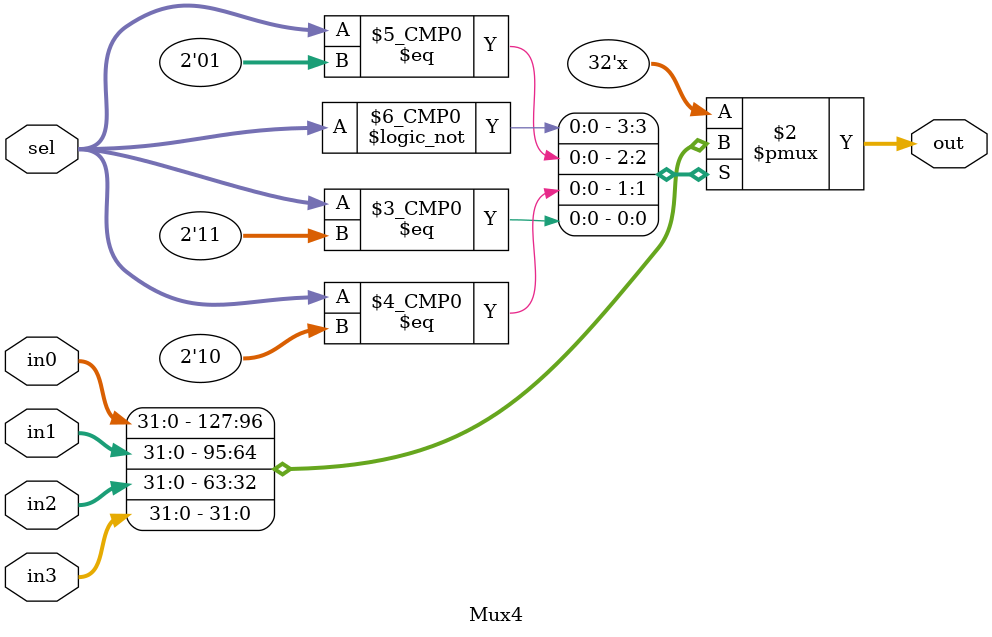
<source format=v>
`timescale 1ns / 1ps

module Mux2#(parameter WIDTH=32)(
    input [WIDTH-1:0] in0,
    input [WIDTH-1:0] in1,
    input sel,
    output [WIDTH-1:0] out
    );
	
	assign out=sel?in1:in0;

endmodule

module Mux4#(parameter WIDTH=32)(
    input [WIDTH-1:0] in0,
    input [WIDTH-1:0] in1,
	input [WIDTH-1:0] in2,
	input [WIDTH-1:0] in3,
    input [1:0] sel,
    output reg [WIDTH-1:0] out
    );
	
	always@(*)begin
		case(sel)
			2'h0:out=in0;
			2'h1:out=in1;
			2'h2:out=in2;
			2'h3:out=in3;
			default:out=0;
		endcase
	end

endmodule
</source>
